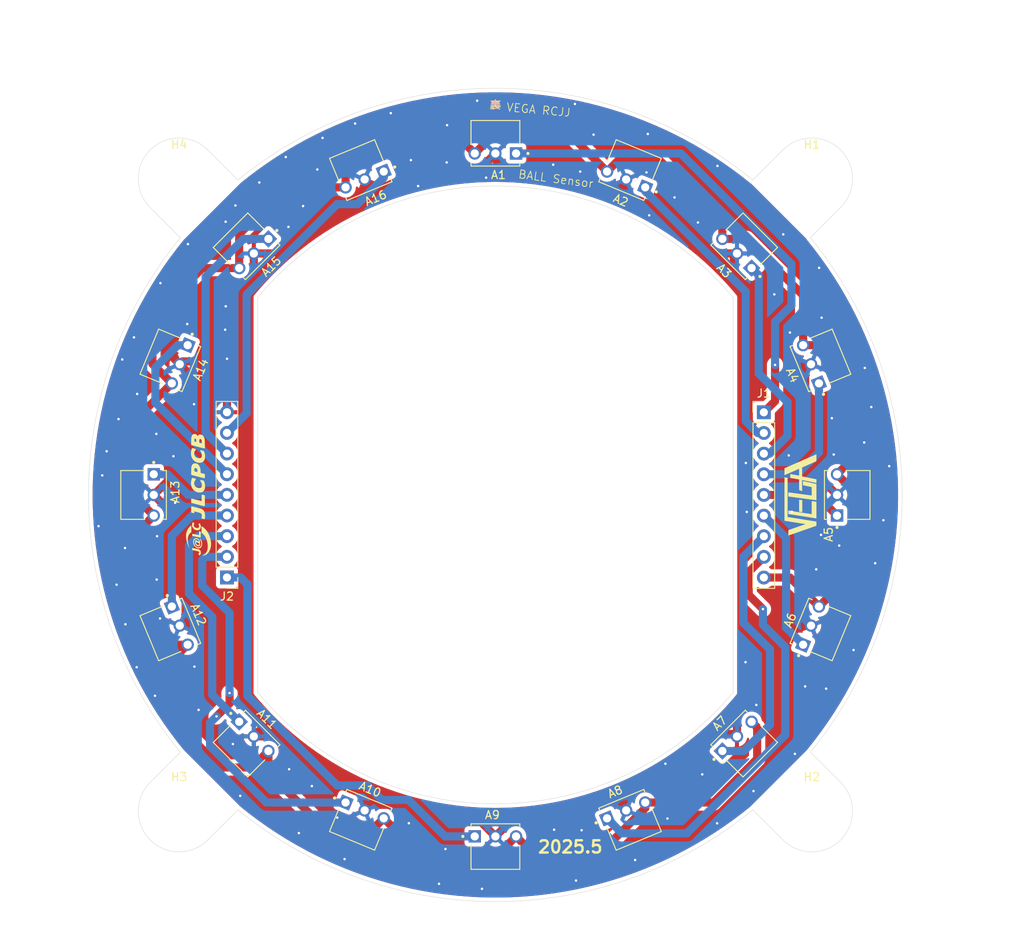
<source format=kicad_pcb>
(kicad_pcb (version 20240108) (generator "pcbnew") (generator_version "8.0")
  (layers (0 "F.Cu" signal) (31 "B.Cu" signal) (34 "B.Paste" user) (35 "F.Paste" user) (36 "B.SilkS" user "B.Silkscreen") (37 "F.SilkS" user "F.Silkscreen") (38 "B.Mask" user) (39 "F.Mask" user) (44 "Edge.Cuts" user))
  (net 0 "")
  (net 1 "GND")
  (net 2 "+5V")
  (net 3 "Net-(A1-OUT)")
  (net 4 "Net-(A2-OUT)")
  (net 5 "Net-(A3-OUT)")
  (net 6 "Net-(A4-OUT)")
  (net 7 "Net-(A5-OUT)")
  (net 8 "Net-(A6-OUT)")
  (net 9 "Net-(A7-OUT)")
  (net 10 "Net-(A8-OUT)")
  (net 11 "Net-(A9-OUT)")
  (net 12 "Net-(A10-OUT)")
  (net 13 "Net-(A11-OUT)")
  (net 14 "Net-(A12-OUT)")
  (net 15 "Net-(A13-OUT)")
  (net 16 "Net-(A14-OUT)")
  (net 17 "Net-(A15-OUT)")
  (net 18 "Net-(A16-OUT)")
  (footprint "Teamlogo:VEGA_Final.Logo" (layer "F.Cu") (at 187.5 100 90)
    (property "Reference" "2025.5" (at -43.3 -28.29 180) (layer "F.SilkS") (effects (font (size 1.5 1.5) (thickness 0.3))))
    (property "Value" "LOGO" (hide yes))
  )
  (footprint "BALLSensor:TSSP4038" (layer "F.Cu") (at 166.072704 61.19706 157.5)
    (property "Reference" "A2" (at -0.374 -2.635 157.5) (layer "F.SilkS"))
    (property "Value" "TSSP4038")
    (pad "1" thru_hole rect (at -2.54 0 157.5) (size 1.518 1.518) (drill 1.01) (layers "*.Cu" "*.Mask") (net 4 "Net-(A2-OUT)"))
    (pad "2" thru_hole circle (at 0 0 157.5) (size 1.518 1.518) (drill 1.01) (layers "*.Cu" "*.Mask") (net 1 "GND"))
    (pad "3" thru_hole circle (at 2.54 0 157.5) (size 1.518 1.518) (drill 1.01) (layers "*.Cu" "*.Mask") (net 2 "+5V"))
  )
  (footprint "BALLSensor:TSSP4038" (layer "F.Cu") (at 192 100 90)
    (property "Reference" "A5" (at -4.86 -1.04 90) (layer "F.SilkS"))
    (property "Value" "TSSP4038")
    (pad "1" thru_hole rect (at -2.54 0 90) (size 1.518 1.518) (drill 1.01) (layers "*.Cu" "*.Mask") (net 7 "Net-(A5-OUT)"))
    (pad "2" thru_hole circle (at 0 0 90) (size 1.518 1.518) (drill 1.01) (layers "*.Cu" "*.Mask") (net 1 "GND"))
    (pad "3" thru_hole circle (at 2.54 0 90) (size 1.518 1.518) (drill 1.01) (layers "*.Cu" "*.Mask") (net 2 "+5V"))
  )
  (footprint "MountingHole:MountingHole_3.2mm_M3" (layer "F.Cu") (at 111.109127 138.890873)
    (property "Reference" "H3" (at 0 -4.2 0) (layer "F.SilkS"))
    (property "Value" "MountingHole")
    (pad "" np_thru_hole circle (at 0 0) (size 3.2 3.2) (drill 3.2) (layers "*.Cu" "*.Mask"))
  )
  (footprint "BALLSensor:TSSP4038" (layer "F.Cu") (at 133.927296 138.80294 -22.5)
    (property "Reference" "A10" (at -0.374 -2.635 -22.5) (layer "F.SilkS"))
    (property "Value" "TSSP4038")
    (pad "1" thru_hole rect (at -2.54 0 337.5) (size 1.518 1.518) (drill 1.01) (layers "*.Cu" "*.Mask") (net 12 "Net-(A10-OUT)"))
    (pad "2" thru_hole circle (at 0 0 337.5) (size 1.518 1.518) (drill 1.01) (layers "*.Cu" "*.Mask") (net 1 "GND"))
    (pad "3" thru_hole circle (at 2.54 0 337.5) (size 1.518 1.518) (drill 1.01) (layers "*.Cu" "*.Mask") (net 2 "+5V"))
  )
  (footprint "Connector_PinHeader_2.54mm:PinHeader_1x09_P2.54mm_Vertical" (layer "F.Cu") (at 183 89.84)
    (property "Reference" "J1" (at 0 -2.33 0) (layer "F.SilkS"))
    (property "Value" "Conn_01x09_Socket")
    (pad "1" thru_hole rect (at 0 0) (size 1.7 1.7) (drill 1) (layers "*.Cu" "*.Mask") (net 3 "Net-(A1-OUT)"))
    (pad "2" thru_hole oval (at 0 2.54) (size 1.7 1.7) (drill 1) (layers "*.Cu" "*.Mask") (net 4 "Net-(A2-OUT)"))
    (pad "3" thru_hole oval (at 0 5.08) (size 1.7 1.7) (drill 1) (layers "*.Cu" "*.Mask") (net 5 "Net-(A3-OUT)"))
    (pad "4" thru_hole oval (at 0 7.62) (size 1.7 1.7) (drill 1) (layers "*.Cu" "*.Mask") (net 6 "Net-(A4-OUT)"))
    (pad "5" thru_hole oval (at 0 10.16) (size 1.7 1.7) (drill 1) (layers "*.Cu" "*.Mask") (net 7 "Net-(A5-OUT)"))
    (pad "6" thru_hole oval (at 0 12.7) (size 1.7 1.7) (drill 1) (layers "*.Cu" "*.Mask") (net 8 "Net-(A6-OUT)"))
    (pad "7" thru_hole oval (at 0 15.24) (size 1.7 1.7) (drill 1) (layers "*.Cu" "*.Mask") (net 9 "Net-(A7-OUT)"))
    (pad "8" thru_hole oval (at 0 17.78) (size 1.7 1.7) (drill 1) (layers "*.Cu" "*.Mask") (net 10 "Net-(A8-OUT)"))
    (pad "9" thru_hole oval (at 0 20.32) (size 1.7 1.7) (drill 1) (layers "*.Cu" "*.Mask") (net 2 "+5V"))
  )
  (footprint "BALLSensor:TSSP4038" (layer "F.Cu") (at 166.072704 138.80294 22.5)
    (property "Reference" "A8" (at -0.374 -2.635 22.5) (layer "F.SilkS"))
    (property "Value" "TSSP4038")
    (pad "1" thru_hole rect (at -2.54 0 22.5) (size 1.518 1.518) (drill 1.01) (layers "*.Cu" "*.Mask") (net 10 "Net-(A8-OUT)"))
    (pad "2" thru_hole circle (at 0 0 22.5) (size 1.518 1.518) (drill 1.01) (layers "*.Cu" "*.Mask") (net 1 "GND"))
    (pad "3" thru_hole circle (at 2.54 0 22.5) (size 1.518 1.518) (drill 1.01) (layers "*.Cu" "*.Mask") (net 2 "+5V"))
  )
  (footprint "BALLSensor:TSSP4038" (layer "F.Cu") (at 120.301515 70.301515 -135)
    (property "Reference" "A15" (at -0.374 -2.634999 -135) (layer "F.SilkS"))
    (property "Value" "TSSP4038")
    (pad "1" thru_hole rect (at -2.54 0 225) (size 1.518 1.518) (drill 1.01) (layers "*.Cu" "*.Mask") (net 17 "Net-(A15-OUT)"))
    (pad "2" thru_hole circle (at 0 0 225) (size 1.518 1.518) (drill 1.01) (layers "*.Cu" "*.Mask") (net 1 "GND"))
    (pad "3" thru_hole circle (at 2.54 0 225) (size 1.518 1.518) (drill 1.01) (layers "*.Cu" "*.Mask") (net 2 "+5V"))
  )
  (footprint "Connector_PinHeader_2.54mm:PinHeader_1x09_P2.54mm_Vertical" (layer "F.Cu") (at 117 110.15 180)
    (property "Reference" "J2" (at 0 -2.33 0) (layer "F.SilkS"))
    (property "Value" "Conn_01x09_Socket")
    (pad "1" thru_hole rect (at 0 0 180) (size 1.7 1.7) (drill 1) (layers "*.Cu" "*.Mask") (net 11 "Net-(A9-OUT)"))
    (pad "2" thru_hole oval (at 0 2.54 180) (size 1.7 1.7) (drill 1) (layers "*.Cu" "*.Mask") (net 12 "Net-(A10-OUT)"))
    (pad "3" thru_hole oval (at 0 5.08 180) (size 1.7 1.7) (drill 1) (layers "*.Cu" "*.Mask") (net 13 "Net-(A11-OUT)"))
    (pad "4" thru_hole oval (at 0 7.62 180) (size 1.7 1.7) (drill 1) (layers "*.Cu" "*.Mask") (net 14 "Net-(A12-OUT)"))
    (pad "5" thru_hole oval (at 0 10.16 180) (size 1.7 1.7) (drill 1) (layers "*.Cu" "*.Mask") (net 15 "Net-(A13-OUT)"))
    (pad "6" thru_hole oval (at 0 12.7 180) (size 1.7 1.7) (drill 1) (layers "*.Cu" "*.Mask") (net 16 "Net-(A14-OUT)"))
    (pad "7" thru_hole oval (at 0 15.24 180) (size 1.7 1.7) (drill 1) (layers "*.Cu" "*.Mask") (net 17 "Net-(A15-OUT)"))
    (pad "8" thru_hole oval (at 0 17.78 180) (size 1.7 1.7) (drill 1) (layers "*.Cu" "*.Mask") (net 18 "Net-(A16-OUT)"))
    (pad "9" thru_hole oval (at 0 20.32 180) (size 1.7 1.7) (drill 1) (layers "*.Cu" "*.Mask") (net 1 "GND"))
  )
  (footprint "BALLSensor:TSSP4038" (layer "F.Cu") (at 150 58 180)
    (property "Reference" "A1" (at -0.374 -2.635 180) (layer "F.SilkS"))
    (property "Value" "TSSP4038")
    (pad "1" thru_hole rect (at -2.54 0 180) (size 1.518 1.518) (drill 1.01) (layers "*.Cu" "*.Mask") (net 3 "Net-(A1-OUT)"))
    (pad "2" thru_hole circle (at 0 0 180) (size 1.518 1.518) (drill 1.01) (layers "*.Cu" "*.Mask") (net 1 "GND"))
    (pad "3" thru_hole circle (at 2.54 0 180) (size 1.518 1.518) (drill 1.01) (layers "*.Cu" "*.Mask") (net 2 "+5V"))
  )
  (footprint "BALLSensor:TSSP4038" (layer "F.Cu") (at 150 142)
    (property "Reference" "A9" (at -0.374 -2.635 0) (layer "F.SilkS"))
    (property "Value" "TSSP4038")
    (pad "1" thru_hole rect (at -2.54 0) (size 1.518 1.518) (drill 1.01) (layers "*.Cu" "*.Mask") (net 11 "Net-(A9-OUT)"))
    (pad "2" thru_hole circle (at 0 0) (size 1.518 1.518) (drill 1.01) (layers "*.Cu" "*.Mask") (net 1 "GND"))
    (pad "3" thru_hole circle (at 2.54 0) (size 1.518 1.518) (drill 1.01) (layers "*.Cu" "*.Mask") (net 2 "+5V"))
  )
  (footprint "BALLSensor:TSSP4038" (layer "F.Cu") (at 188.80294 83.927296 112.5)
    (property "Reference" "A4" (at -0.374 -2.635 112.5) (layer "F.SilkS"))
    (property "Value" "TSSP4038")
    (pad "1" thru_hole rect (at -2.54 0 112.5) (size 1.518 1.518) (drill 1.01) (layers "*.Cu" "*.Mask") (net 6 "Net-(A4-OUT)"))
    (pad "2" thru_hole circle (at 0 0 112.5) (size 1.518 1.518) (drill 1.01) (layers "*.Cu" "*.Mask") (net 1 "GND"))
    (pad "3" thru_hole circle (at 2.54 0 112.5) (size 1.518 1.518) (drill 1.01) (layers "*.Cu" "*.Mask") (net 2 "+5V"))
  )
  (footprint "BALLSensor:TSSP4038" (layer "F.Cu") (at 179.698485 129.698485 45)
    (property "Reference" "A7" (at -0.374 -2.634999 45) (layer "F.SilkS"))
    (property "Value" "TSSP4038")
    (pad "1" thru_hole rect (at -2.54 0 45) (size 1.518 1.518) (drill 1.01) (layers "*.Cu" "*.Mask") (net 9 "Net-(A7-OUT)"))
    (pad "2" thru_hole circle (at 0 0 45) (size 1.518 1.518) (drill 1.01) (layers "*.Cu" "*.Mask") (net 1 "GND"))
    (pad "3" thru_hole circle (at 2.54 0 45) (size 1.518 1.518) (drill 1.01) (layers "*.Cu" "*.Mask") (net 2 "+5V"))
  )
  (footprint "BALLSensor:TSSP4038" (layer "F.Cu") (at 188.80294 116.072704 67.5)
    (property "Reference" "A6" (at -0.374 -2.635 67.5) (layer "F.SilkS"))
    (property "Value" "TSSP4038")
    (pad "1" thru_hole rect (at -2.54 0 67.5) (size 1.518 1.518) (drill 1.01) (layers "*.Cu" "*.Mask") (net 8 "Net-(A6-OUT)"))
    (pad "2" thru_hole circle (at 0 0 67.5) (size 1.518 1.518) (drill 1.01) (layers "*.Cu" "*.Mask") (net 1 "GND"))
    (pad "3" thru_hole circle (at 2.54 0 67.5) (size 1.518 1.518) (drill 1.01) (layers "*.Cu" "*.Mask") (net 2 "+5V"))
  )
  (footprint "BALLSensor:TSSP4038" (layer "F.Cu") (at 179.698485 70.301515 135)
    (property "Reference" "A3" (at -0.374 -2.634999 135) (layer "F.SilkS"))
    (property "Value" "TSSP4038")
    (pad "1" thru_hole rect (at -2.54 0 135) (size 1.518 1.518) (drill 1.01) (layers "*.Cu" "*.Mask") (net 5 "Net-(A3-OUT)"))
    (pad "2" thru_hole circle (at 0 0 135) (size 1.518 1.518) (drill 1.01) (layers "*.Cu" "*.Mask") (net 1 "GND"))
    (pad "3" thru_hole circle (at 2.54 0 135) (size 1.518 1.518) (drill 1.01) (layers "*.Cu" "*.Mask") (net 2 "+5V"))
  )
  (footprint "BALLSensor:TSSP4038" (layer "F.Cu") (at 111.19706 116.072704 -67.5)
    (property "Reference" "A12" (at -0.374 -2.635 -67.5) (layer "F.SilkS"))
    (property "Value" "TSSP4038")
    (pad "1" thru_hole rect (at -2.54 0 292.5) (size 1.518 1.518) (drill 1.01) (layers "*.Cu" "*.Mask") (net 14 "Net-(A12-OUT)"))
    (pad "2" thru_hole circle (at 0 0 292.5) (size 1.518 1.518) (drill 1.01) (layers "*.Cu" "*.Mask") (net 1 "GND"))
    (pad "3" thru_hole circle (at 2.54 0 292.5) (size 1.518 1.518) (drill 1.01) (layers "*.Cu" "*.Mask") (net 2 "+5V"))
  )
  (footprint "JLCPCBlogo:JLCPCB" (layer "F.Cu") (at 113.5 100 90)
    (property "Reference" "G***" (hide yes))
    (property "Value" "LOGO" (hide yes))
  )
  (footprint "MountingHole:MountingHole_3.2mm_M3" (layer "F.Cu") (at 111.109127 61.109127)
    (property "Reference" "H4" (at 0 -4.2 0) (layer "F.SilkS"))
    (property "Value" "MountingHole")
    (pad "" np_thru_hole circle (at 0 0) (size 3.2 3.2) (drill 3.2) (layers "*.Cu" "*.Mask"))
  )
  (footprint "BALLSensor:TSSP4038" (layer "F.Cu") (at 120.301515 129.698485 -45)
    (property "Reference" "A11" (at -0.374 -2.634999 -45) (layer "F.SilkS"))
    (property "Value" "TSSP4038")
    (pad "1" thru_hole rect (at -2.54 0 315) (size 1.518 1.518) (drill 1.01) (layers "*.Cu" "*.Mask") (net 13 "Net-(A11-OUT)"))
    (pad "2" thru_hole circle (at 0 0 315) (size 1.518 1.518) (drill 1.01) (layers "*.Cu" "*.Mask") (net 1 "GND"))
    (pad "3" thru_hole circle (at 2.54 0 315) (size 1.518 1.518) (drill 1.01) (layers "*.Cu" "*.Mask") (net 2 "+5V"))
  )
  (footprint "BALLSensor:TSSP4038" (layer "F.Cu") (at 108 100 -90)
    (property "Reference" "A13" (at -0.374 -2.635 -90) (layer "F.SilkS"))
    (property "Value" "TSSP4038")
    (pad "1" thru_hole rect (at -2.54 0 270) (size 1.518 1.518) (drill 1.01) (layers "*.Cu" "*.Mask") (net 15 "Net-(A13-OUT)"))
    (pad "2" thru_hole circle (at 0 0 270) (size 1.518 1.518) (drill 1.01) (layers "*.Cu" "*.Mask") (net 1 "GND"))
    (pad "3" thru_hole circle (at 2.54 0 270) (size 1.518 1.518) (drill 1.01) (layers "*.Cu" "*.Mask") (net 2 "+5V"))
  )
  (footprint "BALLSensor:TSSP4038" (layer "F.Cu") (at 133.927296 61.19706 -157.5)
    (property "Reference" "A16" (at -0.374 -2.635 -157.5) (layer "F.SilkS"))
    (property "Value" "TSSP4038")
    (pad "1" thru_hole rect (at -2.54 0 202.5) (size 1.518 1.518) (drill 1.01) (layers "*.Cu" "*.Mask") (net 18 "Net-(A16-OUT)"))
    (pad "2" thru_hole circle (at 0 0 202.5) (size 1.518 1.518) (drill 1.01) (layers "*.Cu" "*.Mask") (net 1 "GND"))
    (pad "3" thru_hole circle (at 2.54 0 202.5) (size 1.518 1.518) (drill 1.01) (layers "*.Cu" "*.Mask") (net 2 "+5V"))
  )
  (footprint "MountingHole:MountingHole_3.2mm_M3" (layer "F.Cu") (at 188.890873 61.109127)
    (property "Reference" "H1" (at 0 -4.2 0) (layer "F.SilkS"))
    (property "Value" "MountingHole")
    (pad "" np_thru_hole circle (at 0 0) (size 3.2 3.2) (drill 3.2) (layers "*.Cu" "*.Mask"))
  )
  (footprint "MountingHole:MountingHole_3.2mm_M3" (layer "F.Cu") (at 188.890873 138.890873)
    (property "Reference" "H2" (at 0 -4.2 0) (layer "F.SilkS"))
    (property "Value" "MountingHole")
    (pad "" np_thru_hole circle (at 0 0) (size 3.2 3.2) (drill 3.2) (layers "*.Cu" "*.Mask"))
  )
  (footprint "BALLSensor:TSSP4038" (layer "F.Cu") (at 111.19706 83.927296 -112.5)
    (property "Reference" "A14" (at -0.374 -2.635 -112.5) (layer "F.SilkS"))
    (property "Value" "TSSP4038")
    (pad "1" thru_hole rect (at -2.54 0 247.5) (size 1.518 1.518) (drill 1.01) (layers "*.Cu" "*.Mask") (net 16 "Net-(A14-OUT)"))
    (pad "2" thru_hole circle (at 0 0 247.5) (size 1.518 1.518) (drill 1.01) (layers "*.Cu" "*.Mask") (net 1 "GND"))
    (pad "3" thru_hole circle (at 2.54 0 247.5) (size 1.518 1.518) (drill 1.01) (layers "*.Cu" "*.Mask") (net 2 "+5V"))
  )
  (gr_line (start 192.425534 64.654466) (end 188.72 68.36) (stroke (width 0.05)) (layer "Edge.Cuts"))
  (gr_arc (start 120.770001 75.720001) (mid 150 62.001169) (end 179.229999 75.720001) (stroke (width 0.05)) (layer "Edge.Cuts"))
  (gr_line (start 179.23 100) (end 179.23 124.28) (stroke (width 0.05)) (layer "Edge.Cuts"))
  (gr_line (start 107.564466 135.355534) (end 111.27 131.65) (stroke (width 0.05)) (layer "Edge.Cuts"))
  (gr_line (start 107.564466 64.654466) (end 111.27 68.36) (stroke (width 0.05)) (layer "Edge.Cuts"))
  (gr_arc (start 118.350001 61.270001) (mid 149.999291 49.98265) (end 181.648902 61.269104) (stroke (width 0.05)) (layer "Edge.Cuts"))
  (gr_arc (start 114.644466 142.435534) (mid 107.569124 142.430876) (end 107.564466 135.355534) (stroke (width 0.05)) (layer "Edge.Cuts"))
  (gr_arc (start 179.229999 124.279999) (mid 149.996153 137.998831) (end 120.765085 124.274081) (stroke (width 0.05)) (layer "Edge.Cuts"))
  (gr_line (start 120.77 99.99) (end 120.77 124.27) (stroke (width 0.05)) (layer "Edge.Cuts"))
  (gr_arc (start 188.719999 68.360001) (mid 200.003278 99.996837) (end 188.724002 131.6351) (stroke (width 0.05)) (layer "Edge.Cuts"))
  (gr_line (start 181.648902 61.269104) (end 185.354436 57.56357) (stroke (width 0.05)) (layer "Edge.Cuts"))
  (gr_line (start 179.23 100) (end 179.23 75.72) (stroke (width 0.05)) (layer "Edge.Cuts"))
  (gr_line (start 181.648903 138.730895) (end 185.525534 142.605534) (stroke (width 0.05)) (layer "Edge.Cuts"))
  (gr_line (start 114.644466 57.564466) (end 118.35 61.27) (stroke (width 0.05)) (layer "Edge.Cuts"))
  (gr_line (start 188.73 131.64) (end 192.435534 135.345534) (stroke (width 0.05)) (layer "Edge.Cuts"))
  (gr_line (start 114.644466 142.435534) (end 118.35 138.73) (stroke (width 0.05)) (layer "Edge.Cuts"))
  (gr_arc (start 107.569463 64.649468) (mid 107.566626 57.571625) (end 114.644466 57.564466) (stroke (width 0.05)) (layer "Edge.Cuts"))
  (gr_line (start 120.77 99.99) (end 120.77 75.72) (stroke (width 0.05)) (layer "Edge.Cuts"))
  (gr_arc (start 111.2749 131.645996) (mid 99.988977 100.003871) (end 111.270001 68.36) (stroke (width 0.05)) (layer "Edge.Cuts"))
  (gr_arc (start 181.648903 138.730895) (mid 149.999292 150.01735) (end 118.350001 138.729999) (stroke (width 0.05)) (layer "Edge.Cuts"))
  (gr_arc (start 192.435534 135.345534) (mid 192.522335 142.347248) (end 185.524875 142.606261) (stroke (width 0.05)) (layer "Edge.Cuts"))
  (gr_arc (start 185.354436 57.56357) (mid 192.43682 57.573081) (end 192.426528 64.655464) (stroke (width 0.05)) (layer "Edge.Cuts"))
  (gr_text "表" (at 150.77 52.67 0) (layer "B.SilkS") (effects (font (size 1 1) (thickness 0.1)) (justify left bottom mirror)))
  (gr_text "裏" (at 149.24 52.67 0) (layer "F.SilkS") (effects (font (size 1 1) (thickness 0.1)) (justify left bottom)))
  (gr_text "BALL Sensor" (at 152.7 61.1 352.5) (layer "F.SilkS") (effects (font (size 1 1) (thickness 0.1)) (justify left bottom)))
  (gr_text "VEGA RCJJ" (at 151.25 52.88 355) (layer "F.SilkS") (effects (font (size 1 1) (thickness 0.1)) (justify left bottom)))
  (segment (start 120.301515 73.608485) (end 119 74.91) (width 1) (layer "F.Cu") (net 1))
  (segment (start 176.011515 70.301515) (end 169.97 64.26) (width 1) (layer "F.Cu") (net 1))
  (segment (start 128.89 65.65) (end 124.238485 70.301515) (width 1) (layer "F.Cu") (net 1))
  (segment (start 120.301515 70.301515) (end 120.301515 73.608485) (width 1) (layer "F.Cu") (net 1))
  (segment (start 179.698485 129.698485) (end 179.4 129.4) (width 1) (layer "F.Cu") (net 1))
  (segment (start 184.03 77.93) (end 184.03 80.68) (width 1) (layer "F.Cu") (net 1))
  (segment (start 117.02 122.08) (end 120.84166 125.90166) (width 1) (layer "F.Cu") (net 1))
  (segment (start 135.360236 62.63) (end 133.927296 61.19706) (width 1) (layer "F.Cu") (net 1))
  (segment (start 120.301515 129.698485) (end 123.328485 129.698485) (width 1) (layer "F.Cu") (net 1))
  (segment (start 121.41 128.59) (end 120.301515 129.698485) (width 1) (layer "F.Cu") (net 1))
  (segment (start 179.698485 126.231515) (end 179.698485 129.698485) (width 1) (layer "F.Cu") (net 1))
  (segment (start 139.46 60.66) (end 137.49 62.63) (width 1) (layer "F.Cu") (net 1))
  (segment (start 111.95606 96.04394) (end 108 100) (width 1) (layer "F.Cu") (net 1))
  (segment (start 123.328485 129.698485) (end 128.17 134.54) (width 1) (layer "F.Cu") (net 1))
  (segment (start 114.01 83.58) (end 117 86.57) (width 1) (layer "F.Cu") (net 1))
  (segment (start 184.03 80.68) (end 187.277296 83.927296) (width 1) (layer "F.Cu") (net 1))
  (segment (start 111.19706 83.927296) (end 111.544356 83.58) (width 1) (layer "F.Cu") (net 1))
  (segment (start 179.4 129.4) (end 176.73 129.4) (width 1) (layer "F.Cu") (net 1))
  (segment (start 109.67 82.400236) (end 111.19706 83.927296) (width 1) (layer "F.Cu") (net 1))
  (segment (start 179.31 73.21) (end 184.03 77.93) (width 1) (layer "F.Cu") (net 1))
  (segment (start 133.927296 137.377296) (end 133.927296 138.80294) (width 1) (layer "F.Cu") (net 1))
  (segment (start 147.34 60.66) (end 139.46 60.66) (width 1) (layer "F.Cu") (net 1))
  (segment (start 176.73 129.4) (end 171 135.13) (width 1) (layer "F.Cu") (net 1))
  (segment (start 168.53 135.13) (end 166.072704 137.587296) (width 1) (layer "F.Cu") (net 1))
  (segment (start 162.214961 137.04) (end 164.309764 137.04) (width 1) (layer "F.Cu") (net 1))
  (segment (start 109.67 79.47) (end 109.67 82.400236) (width 1) (layer "F.Cu") (net 1))
  (segment (start 188.80294 116.072704) (end 184.817296 116.072704) (width 1) (layer "F.Cu") (net 1))
  (segment (start 188.083275 96.083275) (end 192 100) (width 1) (layer "F.Cu") (net 1))
  (segment (start 179.31 70.69) (end 179.31 73.21) (width 1) (layer "F.Cu") (net 1))
  (segment (start 152.49 139.51) (end 159.7 139.51) (width 1) (layer "F.Cu") (net 1))
  (segment (start 179.698485 70.301515) (end 179.31 70.69) (width 1) (layer "F.Cu") (net 1))
  (segment (start 159.7 139.51) (end 162.147153 137.062847) (width 1) (layer "F.Cu") (net 1))
  (segment (start 121.41 126.530458) (end 121.41 128.59) (width 1) (layer "F.Cu") (net 1))
  (segment (start 131.09 134.54) (end 133.927296 137.377296) (width 1) (layer "F.Cu") (net 1))
  (segment (start 184.817296 116.072704) (end 182.37 118.52) (width 1) (layer "F.Cu") (net 1))
  (segment (start 165.159764 62.11) (end 159.38 62.11) (width 1) (layer "F.Cu") (net 1))
  (segment (start 141.48482 138.12) (end 143.09482 139.73) (width 1) (layer "F.Cu") (net 1))
  (segment (start 133.927296 138.80294) (end 134.610236 138.12) (width 1) (layer "F.Cu") (net 1))
  (segment (start 164.309764 137.04) (end 166.072704 138.80294) (width 1) (layer "F.Cu") (net 1))
  (segment (start 188.083275 84.646961) (end 188.083275 96.083275) (width 1) (layer "F.Cu") (net 1))
  (segment (start 119 74.91) (end 114.23 74.91) (width 1) (layer "F.Cu") (net 1))
  (segment (start 131.12 65.65) (end 128.89 65.65) (width 1) (layer "F.Cu") (net 1))
  (segment (start 124.238485 70.301515) (end 120.301515 70.301515) (width 1) (layer "F.Cu") (net 1))
  (segment (start 111.95606 84.686296) (end 111.95606 96.04394) (width 1) (layer "F.Cu") (net 1))
  (segment (start 108 100) (end 111.916725 103.916725) (width 1) (layer "F.Cu") (net 1))
  (segment (start 111.916725 115.353039) (end 111.19706 116.072704) (width 1) (layer "F.Cu") (net 1))
  (segment (start 111.19706 83.927296) (end 111.95606 84.686296) (width 1) (layer "F.Cu") (net 1))
  (segment (start 152.1 60.86) (end 150 58.76) (width 1) (layer "F.Cu") (net 1))
  (segment (start 114.23 74.91) (end 109.67 79.47) (width 1) (layer "F.Cu") (net 1))
  (segment (start 133.927296 61.19706) (end 133.927296 62.842704) (width 1) (layer "F.Cu") (net 1))
  (segment (start 182.37 118.52) (end 182.37 123.56) (width 1) (layer "F.Cu") (net 1))
  (segment (start 166.072704 137.587296) (end 166.072704 138.80294) (width 1) (layer "F.Cu") (net 1))
  (segment (start 187.277296 83.927296) (end 188.80294 83.927296) (width 1) (layer "F.Cu") (net 1))
  (segment (start 188.80294 83.927296) (end 188.083275 84.646961) (width 1) (layer "F.Cu") (net 1))
  (segment (start 111.19706 116.072704) (end 114.262704 116.072704) (width 1) (layer "F.Cu") (net 1))
  (segment (start 147.73 139.73) (end 150 142) (width 1) (layer "F.Cu") (net 1))
  (segment (start 150 58) (end 147.34 60.66) (width 1) (layer "F.Cu") (net 1))
  (segment (start 143.09482 139.73) (end 147.73 139.73) (width 1) (layer "F.Cu") (net 1))
  (segment (start 171 135.13) (end 168.53 135.13) (width 1) (layer "F.Cu") (net 1))
  (segment (start 117.02 118.83) (end 117.02 122.08) (width 1) (layer "F.Cu") (net 1))
  (segment (start 133.927296 62.842704) (end 131.12 65.65) (width 1) (layer "F.Cu") (net 1))
  (segment (start 150 58.76) (end 150 58) (width 1) (layer "F.Cu") (net 1))
  (segment (start 111.916725 103.916725) (end 111.916725 115.353039) (width 1) (layer "F.Cu") (net 1))
  (segment (start 137.49 62.63) (end 135.360236 62.63) (width 1) (layer "F.Cu") (net 1))
  (segment (start 134.610236 138.12) (end 141.48482 138.12) (width 1) (layer "F.Cu") (net 1))
  (segment (start 162.147153 137.062847) (end 162.214961 137.04) (width 1) (layer "F.Cu") (net 1))
  (segment (start 150 142) (end 152.49 139.51) (width 1) (layer "F.Cu") (net 1))
  (segment (start 179.698485 70.301515) (end 176.011515 70.301515) (width 1) (layer "F.Cu") (net 1))
  (segment (start 167.02 64.26) (end 166.072704 63.312704) (width 1) (layer "F.Cu") (net 1))
  (segment (start 120.84166 125.90166) (end 121.240097 126.350969) (width 1) (layer "F.Cu") (net 1))
  (segment (start 128.17 134.54) (end 131.09 134.54) (width 1) (layer "F.Cu") (net 1))
  (segment (start 166.072704 63.312704) (end 166.072704 61.19706) (width 1) (layer "F.Cu") (net 1))
  (segment (start 121.240097 126.350969) (end 121.41 126.530458) (width 1) (layer "F.Cu") (net 1))
  (segment (start 166.072704 61.19706) (end 165.159764 62.11) (width 1) (layer "F.Cu") (net 1))
  (segment (start 169.97 64.26) (end 167.02 64.26) (width 1) (layer "F.Cu") (net 1))
  (segment (start 159.38 62.11) (end 158.13 60.86) (width 1) (layer "F.Cu") (net 1))
  (segment (start 114.262704 116.072704) (end 117.02 118.83) (width 1) (layer "F.Cu") (net 1))
  (segment (start 182.37 123.56) (end 179.698485 126.231515) (width 1) (layer "F.Cu") (net 1))
  (segment (start 158.13 60.86) (end 152.1 60.86) (width 1) (layer "F.Cu") (net 1))
  (segment (start 117 86.57) (end 117 89.83) (width 1) (layer "F.Cu") (net 1))
  (segment (start 111.544356 83.58) (end 114.01 83.58) (width 1) (layer "F.Cu") (net 1))
  (via (at 126.36 64.47) (size 0.6) (drill 0.3) (layers "F.Cu" "B.Cu") (net 1))
  (via (at 120.98 61.57) (size 0.6) (drill 0.3) (layers "F.Cu" "B.Cu") (net 1))
  (via (at 117.73 130.64) (size 0.6) (drill 0.3) (layers "F.Cu" "B.Cu") (net 1))
  (via (at 148.86 60.98) (size 0.6) (drill 0.3) (layers "F.Cu" "B.Cu") (net 1))
  (via (at 101.67 97.6) (size 0.6) (drill 0.3) (layers "F.Cu" "B.Cu") (net 1))
  (via (at 113 121.12) (size 0.6) (drill 0.3) (layers "F.Cu" "B.Cu") (net 1))
  (via (at 124.64 133.74) (size 0.6) (drill 0.3) (layers "F.Cu" "B.Cu") (net 1))
  (via (at 180.9 102.09) (size 0.6) (drill 0.3) (layers "F.Cu" "B.Cu") (net 1))
  (via (at 168.91 65.61) (size 0.6) (drill 0.3) (layers "F.Cu" "B.Cu") (net 1))
  (via (at 190.1 78.2) (size 0.6) (drill 0.3) (layers "F.Cu" "B.Cu") (net 1))
  (via (at 124.56 67.03) (size 0.6) (drill 0.3) (layers "F.Cu" "B.Cu") (net 1))
  (via (at 196.69 108.4) (size 0.6) (drill 0.3) (layers "F.Cu" "B.Cu") (net 1))
  (via (at 180.79 96.07) (size 0.6) (drill 0.3) (layers "F.Cu" "B.Cu") (net 1))
  (via (at 172.02 63.41) (size 0.6) (drill 0.3) (layers "F.Cu" "B.Cu") (net 1))
  (via (at 147.76 51.51) (size 0.6) (drill 0.3) (layers "F.Cu" "B.Cu") (net 1))
  (via (at 191.59 95.03) (size 0.6) (drill 0.3) (layers "F.Cu" "B.Cu") (net 1))
  (via (at 112.2 69.15) (size 0.6) (drill 0.3) (layers "F.Cu" "B.Cu") (net 1))
  (via (at 177.3 59.53) (size 0.6) (drill 0.3) (layers "F.Cu" "B.Cu") (net 1))
  (via (at 143.86 143.55) (size 0.6) (drill 0.3) (layers "F.Cu" "B.Cu") (net 1))
  (via (at 144.06 54.52) (size 0.6) (drill 0.3) (layers "F.Cu" "B.Cu") (net 1))
  (via (at 116.84 66.4) (size 0.6) (drill 0.3) (layers "F.Cu" "B.Cu") (net 1))
  (via (at 140.5 62.01) (size 0.6) (drill 0.3) (layers "F.Cu" "B.Cu") (net 1))
  (via (at 170.9 133.06) (size 0.6) (drill 0.3) (layers "F.Cu" "B.Cu") (net 1))
  (via (at 108.15 124.7) (size 0.6) (drill 0.3) (layers "F.Cu" "B.Cu") (net 1))
  (via (at 110.63 100.97) (size 0.6) (drill 0.3) (layers "F.Cu" "B.Cu") (net 1))
  (via (at 116.78 79.68) (size 0.6) (drill 0.3) (layers "F.Cu" "B.Cu") (net 1))
  (via (at 108.78 115.2) (size 0.6) (drill 0.3) (layers "F.Cu" "B.Cu") (net 1))
  (via (at 110.42 95.24) (size 0.6) (drill 0.3) (layers "F.Cu" "B.Cu") (net 1))
  (via (at 108.82 73.95) (size 0.6) (drill 0.3) (layers "F.Cu" "B.Cu") (net 1))
  (via (at 101.21 103.84) (size 0.6) (drill 0.3) (layers "F.Cu" "B.Cu") (net 1))
  (via (at 189.44 109.15) (size 0.6) (drill 0.3) (layers "F.Cu" "B.Cu") (net 1))
  (via (at 194.03 119.08) (size 0.6) (drill 0.3) (layers "F.Cu" "B.Cu") (net 1))
  (via (at 180.75 120.57) (size 0.6) (drill 0.3) (layers "F.Cu" "B.Cu") (net 1))
  (via (at 182.08 125.83) (size 0.6) (drill 0.3) (layers "F.Cu" "B.Cu") (net 1))
  (via (at 130.56 139.69) (size 0.6) (drill 0.3) (layers "F.Cu" "B.Cu") (net 1))
  (via (at 168.57 60.33) (size 0.6) (drill 0.3) (layers "F.Cu" "B.Cu") (net 1))
  (via (at 157.11 59.38) (size 0.6) (drill 0.3) (layers "F.Cu" "B.Cu") (net 1))
  (via (at 116.85 76.8) (size 0.6) (drill 0.3) (layers "F.Cu" "B.Cu") (net 1))
  (via (at 186.06 95.14) (size 0.6) (drill 0.3) (layers "F.Cu" "B.Cu") (net 1))
  (via (at 108.36 110.41) (size 0.6) (drill 0.3) (layers "F.Cu" "B.Cu") (net 1))
  (via (at 118.04 64.4) (size 0.6) (drill 0.3) (layers "F.Cu" "B.Cu") (net 1))
  (via (at 144.01 59.1) (size 0.6) (drill 0.3) (layers "F.Cu" "B.Cu") (net 1))
  (via (at 103.67 90.67) (size 0.6) (drill 0.3) (layers "F.Cu" "B.Cu") (net 1))
  (via (at 171.15 139.8) (size 0.6) (drill 0.3) (layers "F.Cu" "B.Cu") (net 1))
  (via (at 196.21 89.19) (size 0.6) (drill 0.3) (layers "F.Cu" "B.Cu") (net 1))
  (via (at 192.27 106.23) (size 0.6) (drill 0.3) (layers "F.Cu" "B.Cu") (net 1))
  (via (at 103.43 111.04) (size 0.6) (drill 0.3) (layers "F.Cu" "B.Cu") (net 1))
  (via (at 108.41 105.08) (size 0.6) (drill 0.3) (layers "F.Cu" "B.Cu") (net 1))
  (via (at 102.21 94.63) (size 0.6) (drill 0.3) (layers "F.Cu" "B.Cu") (net 1))
  (via (at 186.21 80.03) (size 0.6) (drill 0.3) (layers "F.Cu" "B.Cu") (net 1))
  (via (at 105.57 80.62) (size 0.6) (drill 0.3) (layers "F.Cu" "B.Cu") (net 1))
  (via (at 125.84 141.59) (size 0.6) (drill 0.3) (layers "F.Cu" "B.Cu") (net 1))
  (via (at 108.32 92.49) (size 0.6) (drill 0.3) (layers "F.Cu" "B.Cu") (net 1))
  (via (at 186.44 102.07) (size 0.6) (drill 0.3) (layers "F.Cu" "B.Cu") (net 1))
  (via (at 184.29 75.33) (size 0.6) (drill 0.3) (layers "F.Cu" "B.Cu") (net 1))
  (via (at 185.39 67.95) (size 0.6) (drill 0.3) (layers "F.Cu" "B.Cu") (net 1))
  (via (at 189.8 72.07) (size 0.6) (drill 0.3) (layers "F.Cu" "B.Cu") (net 1))
  (via (at 104.13 83.34) (size 0.6) (drill 0.3) (layers "F.Cu" "B.Cu") (net 1))
  (via (at 105.96 87.58) (size 0.6) (drill 0.3) (layers "F.Cu" "B.Cu") (net 1))
  (via (at 137.14 53.04) (size 0.6) (drill 0.3) (layers "F.Cu" "B.Cu") (net 1))
  (via (at 113.51 126.44) (size 0.6) (drill 0.3) (layers "F.Cu" "B.Cu") (net 1))
  (via (at 188.08 123.55) (size 0.6) (drill 0.3) (layers "F.Cu" "B.Cu") (net 1))
  (via (at 159.78 51.91) (size 0.6) (drill 0.3) (layers "F.Cu" "B.Cu") (net 1))
  (via (at 167.18 144.9) (size 0.6) (drill 0.3) (layers "F.Cu" "B.Cu") (net 1))
  (via (at 197.7 103.11) (size 0.6) (drill 0.3) (layers "F.Cu" "B.Cu") (net 1))
  (via (at 127.44 135.81) (size 0.6) (drill 0.3) (layers "F.Cu" "B.Cu") (net 1))
  (via (at 143.07 147.83) (size 0.6) (drill 0.3) (layers "F.Cu" "B.Cu") (net 1))
  (via (at 117.01 83.25) (size 0.6) (drill 0.3) (layers "F.Cu" "B.Cu") (net 1))
  (via (at 132.76 54.32) (size 0.6) (drill 0.3) (layers "F.Cu" "B.Cu") (net 1))
  (via (at 139.36 140.38) (size 0.6) (drill 0.3) (layers "F.Cu" "B.Cu") (net 1))
  (via (at 118.63 137.01) (size 0.6) (drill 0.3) (layers "F.Cu" "B.Cu") (net 1))
  (via (at 190.03 104.91) (size 0.6) (drill 0.3) (layers "F.Cu" "B.Cu") (net 1))
  (via (at 195.34 93.55) (size 0.6) (drill 0.3) (layers "F.Cu" "B.Cu") (net 1))
  (via (at 128.75 56.09) (size 0.6) (drill 0.3) (layers "F.Cu" "B.Cu") (net 1))
  (via (at 160.43 60.23) (size 0.6) (drill 0.3) (layers "F.Cu" "B.Cu") (net 1))
  (via (at 186.82 131.85) (size 0.6) (drill 0.3) (layers "F.Cu" "B.Cu") (net 1))
  (via (at 181.73 136.43) (size 0.6) (drill 0.3) (layers "F.Cu" "B.Cu") (net 1))
  (via (at 157.22 141.18) (size 0.6) (drill 0.3) (layers "F.Cu" "B.Cu") (net 1))
  (via (at 160.6 141.24) (size 0.6) (drill 0.3) (layers "F.Cu" "B.Cu") (net 1))
  (via (at 191.36 90.56) (size 0.6) (drill 0.3) (layers "F.Cu" "B.Cu") (net 1))
  (via (at 124.23 58.44) (size 0.6) (drill 0.3) (layers "F.Cu" "B.Cu") (net 1))
  (via (at 128.11 59.97) (size 0.6) (drill 0.3) (layers "F.Cu" "B.Cu") (net 1))
  (via (at 168.74 55.6) (size 0.6) (drill 0.3) (layers "F.Cu" "B.Cu") (net 1))
  (via (at 162.07 55.69) (size 0.6) (drill 0.3) (layers "F.Cu" "B.Cu") (net 1))
  (via (at 190.66 123.83) (size 0.6) (drill 0.3) (layers "F.Cu" "B.Cu") (net 1))
  (via (at 195.41 84.38) (size 0.6) (drill 0.3) (layers "F.Cu" "B.Cu") (net 1))
  (via (at 112.95 88.84) (size 0.6) (drill 0.3) (layers "F.Cu" "B.Cu") (net 1))
  (via (at 159.91 147.43) (size 0.6) (drill 0.3) (layers "F.Cu" "B.Cu") (net 1))
  (via (at 131.46 144.79) (size 0.6) (drill 0.3) (layers "F.Cu" "B.Cu") (net 1))
  (via (at 139.61 58.82) (size 0.6) (drill 0.3) (layers "F.Cu" "B.Cu") (net 1))
  (via (at 174.9 66.49) (size 0.6) (drill 0.3) (layers "F.Cu" "B.Cu") (net 1))
  (via (at 177.26 140.39) (size 0.6) (drill 0.3) (layers "F.Cu" "B.Cu") (net 1))
  (via (at 104.47 106.53) (size 0.6) (drill 0.3) (layers "F.Cu" "B.Cu") (net 1))
  (via (at 105.9 121.19) (size 0.6) (drill 0.3) (layers "F.Cu" "B.Cu") (net 1))
  (via (at 112.12 78.98) (size 0.6) (drill 0.3) (layers "F.Cu" "B.Cu") (net 1))
  (via (at 148.35 148.45) (size 0.6) (drill 0.3) (layers "F.Cu" "B.Cu") (net 1))
  (via (at 175.43 134.37) (size 0.6) (drill 0.3) (layers "F.Cu" "B.Cu") (net 1))
  (via (at 198.41 96.46) (size 0.6) (drill 0.3) (layers "F.Cu" "B.Cu") (net 1))
  (via (at 104.52 115.91) (size 0.6) (drill 0.3) (layers "F.Cu" "B.Cu") (net 1))
  (segment (start 192 100) (end 187.52 104.48) (width 1) (layer "B.Cu") (net 1))
  (segment (start 187.52 114.789764) (end 188.80294 116.072704) (width 1) (layer "B.Cu") (net 1))
  (segment (start 187.52 104.48) (end 187.52 114.789764) (width 1) (layer "B.Cu") (net 1))
  (segment (start 124.260924 62.169076) (end 118.505464 67.924536) (width 1) (layer "F.Cu") (net 2))
  (segment (start 141.508994 145.01) (end 149.53 145.01) (width 1) (layer "F.Cu") (net 2))
  (segment (start 107.84 78.25) (end 107.84 83.888906) (width 1) (layer "F.Cu") (net 2))
  (segment (start 116.23 133.52) (end 120.072102 133.52) (width 1) (layer "F.Cu") (net 2))
  (segment (start 187.830924 75.450924) (end 180.885464 68.505464) (width 1) (layer "F.Cu") (net 2))
  (segment (start 106.35 104.19) (end 106.35 115.13) (width 1) (layer "F.Cu") (net 2))
  (segment (start 134.818906 141.23) (end 136.27395 139.774956) (width 1) (layer "F.Cu") (net 2))
  (segment (start 170.08 58.73) (end 165.221094 58.73) (width 1) (layer "F.Cu") (net 2))
  (segment (start 108 102.54) (end 106.35 104.19) (width 1) (layer "F.Cu") (net 2))
  (segment (start 110.91 128.2) (end 116.23 133.52) (width 1) (layer "F.Cu") (net 2))
  (segment (start 176.819076 137.830924) (end 182.18 132.47) (width 1) (layer "F.Cu") (net 2))
  (segment (start 189.720642 81.580642) (end 187.830924 81.580642) (width 1) (layer "F.Cu") (net 2))
  (segment (start 168.419358 138.519624) (end 168.419358 137.830924) (width 1) (layer "F.Cu") (net 2))
  (segment (start 120.072102 133.52) (end 122.097566 131.494536) (width 1) (layer "F.Cu") (net 2))
  (segment (start 150.09 55.37) (end 147.46 58) (width 1) (layer "F.Cu") (net 2))
  (segment (start 193.44 85.3) (end 189.720642 81.580642) (width 1) (layer "F.Cu") (net 2))
  (segment (start 106.35 115.13) (end 109.639358 118.419358) (width 1) (layer "F.Cu") (net 2))
  (segment (start 105.66 100.2) (end 108 102.54) (width 1) (layer "F.Cu") (net 2))
  (segment (start 110.91 119.678434) (end 110.91 128.2) (width 1) (layer "F.Cu") (net 2))
  (segment (start 163.72605 60.225044) (end 158.871006 55.37) (width 1) (layer "F.Cu") (net 2))
  (segment (start 194.5 109.001006) (end 194.5 99.96) (width 1) (layer "F.Cu") (net 2))
  (segment (start 193.44 96.02) (end 193.44 85.3) (width 1) (layer "F.Cu") (net 2))
  (segment (start 189.774956 113.72605) (end 186.208906 110.16) (width 1) (layer "F.Cu") (net 2))
  (segment (start 192 97.46) (end 193.44 96.02) (width 1) (layer "F.Cu") (net 2))
  (segment (start 129.2 141.23) (end 134.818906 141.23) (width 1) (layer "F.Cu") (net 2))
  (segment (start 186.208906 110.16) (end 183 110.16) (width 1) (layer "F.Cu") (net 2))
  (segment (start 147.46 58) (end 146.07 56.61) (width 1) (layer "F.Cu") (net 2))
  (segment (start 152.54 142) (end 154.35 143.81) (width 1) (layer "F.Cu") (net 2))
  (segment (start 107.84 83.888906) (end 110.225044 86.27395) (width 1) (layer "F.Cu") (net 2))
  (segment (start 118.505464 67.924536) (end 118.505464 72.097566) (width 1) (layer "F.Cu") (net 2))
  (segment (start 163.128982 143.81) (end 168.419358 138.519624) (width 1) (layer "F.Cu") (net 2))
  (segment (start 194.5 99.96) (end 192 97.46) (width 1) (layer "F.Cu") (net 2))
  (segment (start 110.225044 86.27395) (end 105.66 90.838994) (width 1) (layer "F.Cu") (net 2))
  (segment (start 134.97 56.61) (end 131.580642 59.999358) (width 1) (layer "F.Cu") (net 2))
  (segment (start 158.871006 55.37) (end 150.09 55.37) (width 1) (layer "F.Cu") (net 2))
  (segment (start 136.27395 139.774956) (end 141.508994 145.01) (width 1) (layer "F.Cu") (net 2))
  (segment (start 180.885464 68.505464) (end 177.902434 68.505464) (width 1) (layer "F.Cu") (net 2))
  (segment (start 189.774956 113.72605) (end 194.5 109.001006) (width 1) (layer "F.Cu") (net 2))
  (segment (start 182.18 128.587898) (end 181.494536 127.902434) (width 1) (layer "F.Cu") (net 2))
  (segment (start 122.097566 131.494536) (end 122.097566 134.127566) (width 1) (layer "F.Cu") (net 2))
  (segment (start 182.18 132.47) (end 182.18 128.587898) (width 1) (layer "F.Cu") (net 2))
  (segment (start 131.580642 62.169076) (end 124.260924 62.169076) (width 1) (layer "F.Cu") (net 2))
  (segment (start 177.902434 68.505464) (end 177.902434 66.552434) (width 1) (layer "F.Cu") (net 2))
  (segment (start 149.53 145.01) (end 152.54 142) (width 1) (layer "F.Cu") (net 2))
  (segment (start 105.66 90.838994) (end 105.66 100.2) (width 1) (layer "F.Cu") (net 2))
  (segment (start 118.505464 72.097566) (end 113.992434 72.097566) (width 1) (layer "F.Cu") (net 2))
  (segment (start 187.830924 81.580642) (end 187.830924 75.450924) (width 1) (layer "F.Cu") (net 2))
  (segment (start 112.169076 118.419358) (end 110.91 119.678434) (width 1) (layer "F.Cu") (net 2))
  (segment (start 146.07 56.61) (end 134.97 56.61) (width 1) (layer "F.Cu") (net 2))
  (segment (start 109.639358 118.419358) (end 112.169076 118.419358) (width 1) (layer "F.Cu") (net 2))
  (segment (start 154.35 143.81) (end 163.128982 143.81) (width 1) (layer "F.Cu") (net 2))
  (segment (start 168.419358 137.830924) (end 176.819076 137.830924) (width 1) (layer "F.Cu") (net 2))
  (segment (start 165.221094 58.73) (end 163.72605 60.225044) (width 1) (layer "F.Cu") (net 2))
  (segment (start 177.902434 66.552434) (end 170.08 58.73) (width 1) (layer "F.Cu") (net 2))
  (segment (start 131.580642 59.999358) (end 131.580642 62.169076) (width 1) (layer "F.Cu") (net 2))
  (segment (start 122.097566 134.127566) (end 129.2 141.23) (width 1) (layer "F.Cu") (net 2))
  (segment (start 113.992434 72.097566) (end 107.84 78.25) (width 1) (layer "F.Cu") (net 2))
  (segment (start 184.38 84.01) (end 184.38 88.46) (width 1) (layer "F.Cu") (net 3))
  (segment (start 184.38 88.46) (end 183 89.84) (width 1) (layer "F.Cu") (net 3))
  (via (at 184.38 84.01) (size 0.6) (drill 0.3) (layers "F.Cu" "B.Cu") (net 3))
  (segment (start 186.39 76.7) (end 186.39 71.6) (width 1) (layer "B.Cu") (net 3))
  (segment (start 186.39 71.6) (end 172.79 58) (width 1) (layer "B.Cu") (net 3))
  (segment (start 172.79 58) (end 152.54 58) (width 1) (layer "B.Cu") (net 3))
  (segment (start 184.38 78.71) (end 186.39 76.7) (width 1) (layer "B.Cu") (net 3))
  (segment (start 184.38 84.01) (end 184.38 78.71) (width 1) (layer "B.Cu") (net 3))
  (segment (start 180.77 90.91) (end 182.24 92.38) (width 1) (layer "B.Cu") (net 4))
  (segment (start 182.24 92.38) (end 183 92.38) (width 1) (layer "B.Cu") (net 4))
  (segment (start 168.419358 62.649358) (end 180.77 75) (width 1) (layer "B.Cu") (net 4))
  (segment (start 180.77 75) (end 180.77 90.91) (width 1) (layer "B.Cu") (net 4))
  (segment (start 168.419358 62.169076) (end 168.419358 62.649358) (width 1) (layer "B.Cu") (net 4))
  (segment (start 182.38 85.06) (end 182.38 72.98303) (width 1) (layer "B.Cu") (net 5))
  (segment (start 183.71 94.92) (end 185.91 92.72) (width 1) (layer "B.Cu") (net 5))
  (segment (start 185.91 92.72) (end 185.91 88.59) (width 1) (layer "B.Cu") (net 5))
  (segment (start 182.38 72.98303) (end 181.494536 72.097566) (width 1) (layer "B.Cu") (net 5))
  (segment (start 183 94.92) (end 183.71 94.92) (width 1) (layer "B.Cu") (net 5))
  (segment (start 185.91 88.59) (end 182.38 85.06) (width 1) (layer "B.Cu") (net 5))
  (segment (start 189.774956 94.755044) (end 189.774956 86.27395) (width 1) (layer "B.Cu") (net 6))
  (segment (start 187.07 97.46) (end 189.774956 94.755044) (width 1) (layer "B.Cu") (net 6))
  (segment (start 183 97.46) (end 187.07 97.46) (width 1) (layer "B.Cu") (net 6))
  (segment (start 189.46 100) (end 192 102.54) (width 1) (layer "F.Cu") (net 7))
  (segment (start 183 100) (end 189.46 100) (width 1) (layer "F.Cu") (net 7))
  (segment (start 183 102.54) (end 185.74 105.28) (width 1) (layer "B.Cu") (net 8))
  (segment (start 185.74 116.328434) (end 187.830924 118.419358) (width 1) (layer "B.Cu") (net 8))
  (segment (start 185.74 105.28) (end 185.74 116.328434) (width 1) (layer "B.Cu") (net 8))
  (segment (start 182.953536 129.086464) (end 183.76 128.28) (width 1) (layer "B.Cu") (net 9))
  (segment (start 182.953536 129.096464) (end 182.953536 129.086464) (width 1) (layer "B.Cu") (net 9))
  (segment (start 183.76 119) (end 180.5 115.74) (width 1) (layer "B.Cu") (net 9))
  (segment (start 183.76 128.28) (end 183.76 119) (width 1) (layer "B.Cu") (net 9))
  (segment (start 180.555464 131.494536) (end 182.953536 129.096464) (width 1) (layer "B.Cu") (net 9))
  (segment (start 180.5 107.58) (end 183 105.08) (width 1) (layer "B.Cu") (net 9))
  (segment (start 180.5 115.74) (end 180.5 107.58) (width 1) (layer "B.Cu") (net 9))
  (segment (start 177.902434 131.494536) (end 180.555464 131.494536) (width 1) (layer "B.Cu") (net 9))
  (segment (start 181.14 112.29) (end 181.14 109.48) (width 1) (layer "F.Cu") (net 10))
  (segment (start 182.89 114.04) (end 181.14 112.29) (width 1) (layer "F.Cu") (net 10))
  (segment (start 181.14 109.48) (end 183 107.62) (width 1) (layer "F.Cu") (net 10))
  (via (at 182.89 114.04) (size 0.6) (drill 0.3) (layers "F.Cu" "B.Cu") (net 10))
  (segment (start 173.54 141.62) (end 165.56 141.62) (width 1) (layer "B.Cu") (net 10))
  (segment (start 165.56 141.62) (end 164.306963 140.366963) (width 1) (layer "B.Cu") (net 10))
  (segment (start 182.89 115.97) (end 185.63 118.71) (width 1) (layer "B.Cu") (net 10))
  (segment (start 185.63 118.71) (end 185.63 129.53) (width 1) (layer "B.Cu") (net 10))
  (segment (start 185.63 129.53) (end 173.54 141.62) (width 1) (layer "B.Cu") (net 10))
  (segment (start 164.306963 140.355869) (end 163.72605 139.774956) (width 1) (layer "B.Cu") (net 10))
  (segment (start 182.89 114.04) (end 182.89 115.97) (width 1) (layer "B.Cu") (net 10))
  (segment (start 164.306963 140.366963) (end 164.306963 140.355869) (width 1) (layer "B.Cu") (net 10))
  (segment (start 130.55 135.73) (end 134.261631 135.73) (width 1) (layer "B.Cu") (net 11))
  (segment (start 118.68 110.15) (end 119.51 110.98) (width 1) (layer "B.Cu") (net 11))
  (segment (start 139.327611 137.517611) (end 143.81 142) (width 1) (layer "B.Cu") (net 11))
  (segment (start 117 110.15) (end 118.68 110.15) (width 1) (layer "B.Cu") (net 11))
  (segment (start 143.81 142) (end 147.46 142) (width 1) (layer "B.Cu") (net 11))
  (segment (start 134.261631 135.73) (end 136.049242 137.517611) (width 1) (layer "B.Cu") (net 11))
  (segment (start 136.049242 137.517611) (end 139.327611 137.517611) (width 1) (layer "B.Cu") (net 11))
  (segment (start 119.51 124.69) (end 130.55 135.73) (width 1) (layer "B.Cu") (net 11))
  (segment (start 119.51 110.98) (end 119.51 124.69) (width 1) (layer "B.Cu") (net 11))
  (segment (start 117.32 124.37) (end 117.32 125.64) (width 1) (layer "F.Cu") (net 12))
  (segment (start 117.32 125.64) (end 115.72 127.24) (width 1) (layer "F.Cu") (net 12))
  (via (at 115.72 127.24) (size 0.6) (drill 0.3) (layers "F.Cu" "B.Cu") (net 12))
  (via (at 117.32 124.37) (size 0.6) (drill 0.3) (layers "F.Cu" "B.Cu") (net 12))
  (segment (start 117.32 114.51) (end 117.32 124.37) (width 1) (layer "B.Cu") (net 12))
  (segment (start 114.92 130.9) (end 121.850924 137.830924) (width 1) (layer "B.Cu") (net 12))
  (segment (start 115.72 127.24) (end 114.92 128.04) (width 1) (layer "B.Cu") (net 12))
  (segment (start 113.96 111.15) (end 117.32 114.51) (width 1) (layer "B.Cu") (net 12))
  (segment (start 114.36 107.61) (end 113.96 108.01) (width 1) (layer "B.Cu") (net 12))
  (segment (start 113.96 108.01) (end 113.96 111.15) (width 1) (layer "B.Cu") (net 12))
  (segment (start 114.92 128.04) (end 114.92 130.9) (width 1) (layer "B.Cu") (net 12))
  (segment (start 121.850924 137.830924) (end 131.580642 137.830924) (width 1) (layer "B.Cu") (net 12))
  (segment (start 117 107.61) (end 114.36 107.61) (width 1) (layer "B.Cu") (net 12))
  (segment (start 112.33 112.13) (end 115.19 114.99) (width 1) (layer "B.Cu") (net 13))
  (segment (start 115.19 114.99) (end 115.19 124.58697) (width 1) (layer "B.Cu") (net 13))
  (segment (start 115.19 124.58697) (end 118.505464 127.902434) (width 1) (layer "B.Cu") (net 13))
  (segment (start 112.33 106.21) (end 112.33 112.13) (width 1) (layer "B.Cu") (net 13))
  (segment (start 117 105.07) (end 113.47 105.07) (width 1) (layer "B.Cu") (net 13))
  (segment (start 113.47 105.07) (end 112.33 106.21) (width 1) (layer "B.Cu") (net 13))
  (segment (start 112.71 102.53) (end 110.225044 105.014956) (width 1) (layer "B.Cu") (net 14))
  (segment (start 117 102.53) (end 112.71 102.53) (width 1) (layer "B.Cu") (net 14))
  (segment (start 110.225044 105.014956) (end 110.225044 113.72605) (width 1) (layer "B.Cu") (net 14))
  (segment (start 109.69 97.46) (end 108 97.46) (width 1) (layer "B.Cu") (net 15))
  (segment (start 112.22 99.99) (end 109.69 97.46) (width 1) (layer "B.Cu") (net 15))
  (segment (start 117 99.99) (end 112.22 99.99) (width 1) (layer "B.Cu") (net 15))
  (segment (start 110.959358 81.580642) (end 108.2 84.34) (width 1) (layer "B.Cu") (net 16))
  (segment (start 112.169076 81.580642) (end 110.959358 81.580642) (width 1) (layer "B.Cu") (net 16))
  (segment (start 108.2 84.34) (end 108.2 88.65) (width 1) (layer "B.Cu") (net 16))
  (segment (start 108.2 88.65) (end 117 97.45) (width 1) (layer "B.Cu") (net 16))
  (segment (start 119.054536 68.505464) (end 114.38 73.18) (width 1) (layer "B.Cu") (net 17))
  (segment (start 114.38 73.18) (end 114.38 92.29) (width 1) (layer "B.Cu") (net 17))
  (segment (start 114.38 92.29) (end 117 94.91) (width 1) (layer "B.Cu") (net 17))
  (segment (start 122.097566 68.505464) (end 119.054536 68.505464) (width 1) (layer "B.Cu") (net 17))
  (segment (start 136.27395 60.984359) (end 133.028309 64.23) (width 1) (layer "B.Cu") (net 18))
  (segment (start 119.42 75.35) (end 119.42 89.95) (width 1) (layer "B.Cu") (net 18))
  (segment (start 130.54 64.23) (end 119.42 75.35) (width 1) (layer "B.Cu") (net 18))
  (segment (start 136.27395 60.225044) (end 136.27395 60.984359) (width 1) (layer "B.Cu") (net 18))
  (segment (start 119.42 89.95) (end 117 92.37) (width 1) (layer "B.Cu") (net 18))
  (segment (start 133.028309 64.23) (end 130.54 64.23) (width 1) (layer "B.Cu") (net 18))
  (zone (net 0) (net_name "") (layers "F&B.Cu") (connect_pads (clearance 0)) (min_thickness 0.25)
    (keepout (tracks allowed) (vias allowed) (pads allowed) (copperpour not_allowed) (footprints allowed))
    (fill (thermal_gap 0.5) (thermal_bridge_width 0.5))
    (polygon (pts (xy 111.7 131.375) (xy 106.925 136.725) (xy 106.325 139.125) (xy 107.275 141.85) (xy 109.575 143.45) (xy 111.75 143.675) (xy 114.575 142.275) (xy 118.675 138.35)))
  )
  (zone (net 0) (net_name "") (layers "F&B.Cu") (connect_pads (clearance 0)) (min_thickness 0.25)
    (keepout (tracks allowed) (vias allowed) (pads allowed) (copperpour not_allowed) (footprints allowed))
    (fill (thermal_gap 0.5) (thermal_bridge_width 0.5))
    (polygon (pts (xy 181.425 61.7) (xy 188.25 68.525) (xy 193.175 63.2) (xy 193.675 60.325) (xy 192.525 57.975) (xy 190.15 56.5) (xy 187.5 56.5) (xy 186.525 57)))
  )
  (zone (net 1) (net_name "GND") (layers "F&B.Cu") (connect_pads (clearance 0.5)) (min_thickness 0.25) (fill yes (thermal_gap 0.5) (thermal_bridge_width 0.5))
    (polygon (pts (xy 89.1 39.125) (xy 212.5 40) (xy 215 155) (xy 89.625 154.725)))
  )
  (zone (net 0) (net_name "") (layers "F&B.Cu") (connect_pads (clearance 0)) (min_thickness 0.25)
    (keepout (tracks allowed) (vias allowed) (pads allowed) (copperpour not_allowed) (footprints allowed))
    (fill (thermal_gap 0.5) (thermal_bridge_width 0.5))
    (polygon (pts (xy 118.65 61.675) (xy 113.625 57.15) (xy 111.55 56.45) (xy 109.275 56.75) (xy 107.825 57.65) (xy 106.825 59.125) (xy 106.375 61.125) (xy 106.825 63.275) (xy 111.675 68.65)))
  )
  (zone (net 0) (net_name "") (layers "F&B.Cu") (connect_pads (clearance 0)) (min_thickness 0.25)
    (keepout (tracks allowed) (vias allowed) (pads allowed) (copperpour not_allowed) (footprints allowed))
    (fill (thermal_gap 0.5) (thermal_bridge_width 0.5))
    (polygon (pts (xy 188.3 131.375) (xy 193.35 137) (xy 193.6 139.6) (xy 192.5 142.15) (xy 190.125 143.45) (xy 187.825 143.575) (xy 185.7 142.625) (xy 181.3 138.375)))
  )
)
</source>
